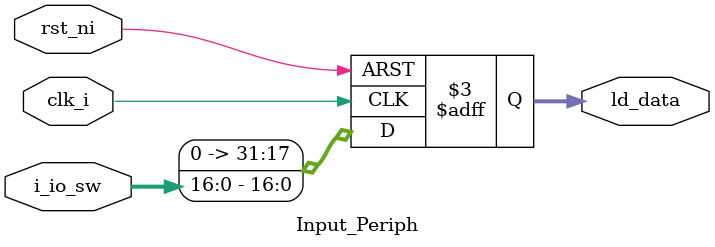
<source format=sv>
module Input_Periph (
	input logic clk_i, rst_ni, 
	input logic [16:0] i_io_sw,
	output logic [31:0] ld_data
);

always_ff @(posedge clk_i,negedge rst_ni) begin 
	if (!rst_ni)
		ld_data <= 32'd0;
	else
		ld_data <= {15'd0,i_io_sw};
end
endmodule

</source>
